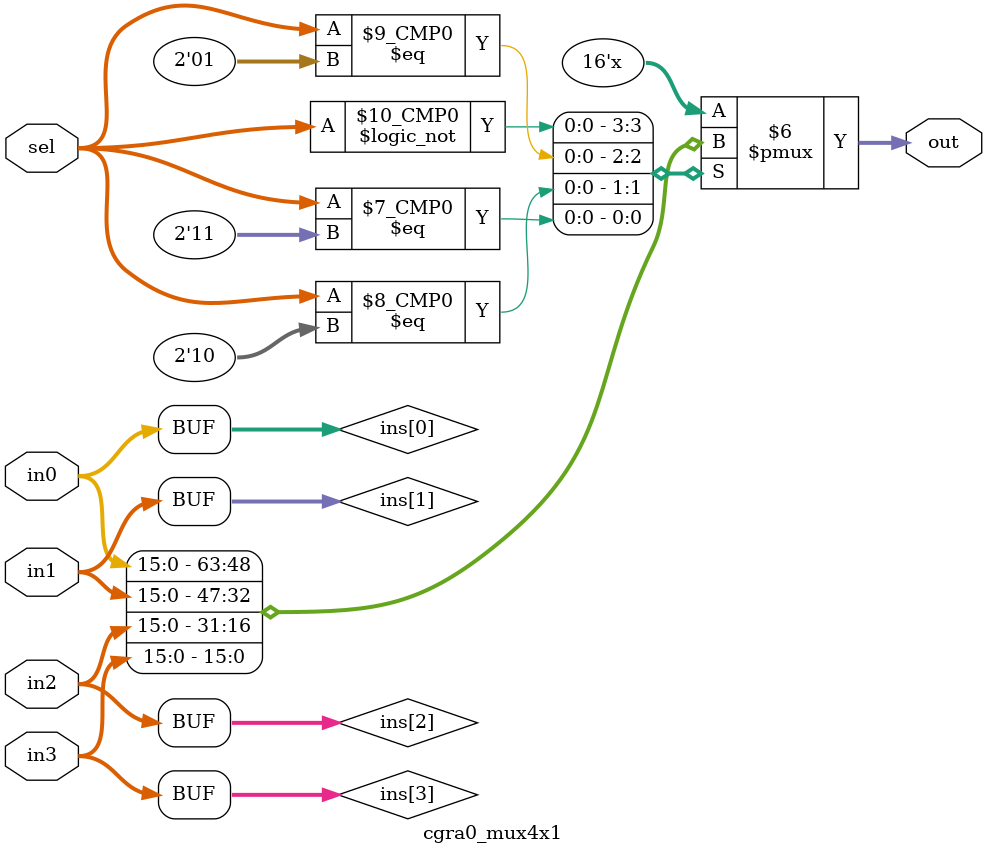
<source format=v>

module cgra0_mux4x1 #
(
  parameter WIDTH = 16
)
(
  input [2-1:0] sel,
  input [WIDTH-1:0] in0,
  input [WIDTH-1:0] in1,
  input [WIDTH-1:0] in2,
  input [WIDTH-1:0] in3,
  output [WIDTH-1:0] out
);

  wire [WIDTH-1:0] ins [0:4-1];
  assign ins[0] = in0;
  assign ins[1] = in1;
  assign ins[2] = in2;
  assign ins[3] = in3;
  assign out = ins[sel];

endmodule

</source>
